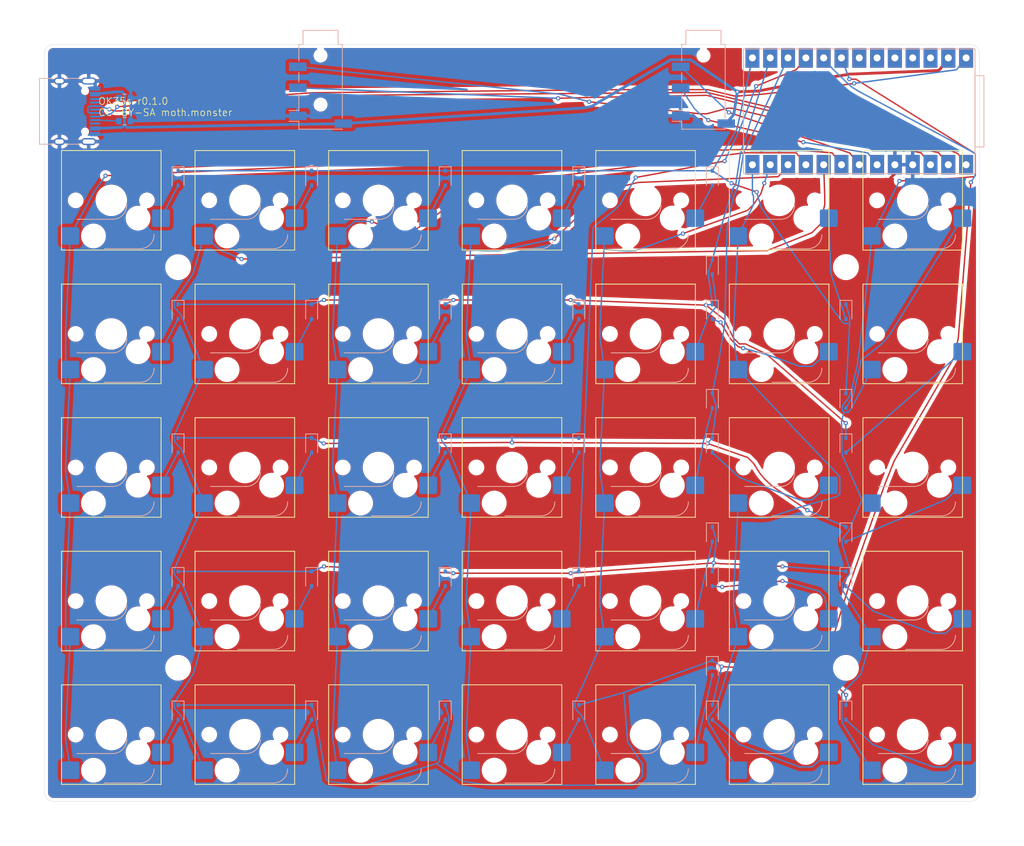
<source format=kicad_pcb>
(kicad_pcb (version 20240108) (generator "pcbnew") (generator_version "8.0")
  (layers (0 "F.Cu" signal) (31 "B.Cu" signal) (34 "B.Paste" user) (35 "F.Paste" user) (36 "B.SilkS" user "B.Silkscreen") (37 "F.SilkS" user "F.Silkscreen") (38 "B.Mask" user) (39 "F.Mask" user) (44 "Edge.Cuts" user))
  (net 0 "")
  (net 1 "Row0")
  (net 2 "Net-(D1-A)")
  (net 3 "Net-(D2-A)")
  (net 4 "Row1")
  (net 5 "Row2")
  (net 6 "Net-(D3-A)")
  (net 7 "Row3")
  (net 8 "Net-(D4-A)")
  (net 9 "Row4")
  (net 10 "Net-(D5-A)")
  (net 11 "Net-(D6-A)")
  (net 12 "Net-(D7-A)")
  (net 13 "Net-(D8-A)")
  (net 14 "Net-(D9-A)")
  (net 15 "Net-(D10-A)")
  (net 16 "Net-(D11-A)")
  (net 17 "Net-(D12-A)")
  (net 18 "Net-(D13-A)")
  (net 19 "Net-(D14-A)")
  (net 20 "Net-(D15-A)")
  (net 21 "Net-(D16-A)")
  (net 22 "Net-(D17-A)")
  (net 23 "Net-(D18-A)")
  (net 24 "Net-(D19-A)")
  (net 25 "Net-(D20-A)")
  (net 26 "Net-(D21-A)")
  (net 27 "Net-(D22-A)")
  (net 28 "Net-(D23-A)")
  (net 29 "Net-(D24-A)")
  (net 30 "Net-(D25-A)")
  (net 31 "Net-(D26-A)")
  (net 32 "Net-(D27-A)")
  (net 33 "Net-(D28-A)")
  (net 34 "Net-(D29-A)")
  (net 35 "Net-(D30-A)")
  (net 36 "Net-(D31-A)")
  (net 37 "Net-(D32-A)")
  (net 38 "Net-(D33-A)")
  (net 39 "Net-(D34-A)")
  (net 40 "Net-(D35-A)")
  (net 41 "VBUS")
  (net 42 "GND")
  (net 43 "Col0")
  (net 44 "Col1")
  (net 45 "Col2")
  (net 46 "Col3")
  (net 47 "Col4")
  (net 48 "Col5")
  (net 49 "Col6")
  (net 51 "Port0_Ring1")
  (net 52 "Port0_Ring0")
  (net 53 "DM")
  (net 55 "DP")
  (net 56 "Port1_Ring0")
  (net 57 "Port1_Ring1")
  (net 59 "Net-(J1-CC2)")
  (net 60 "Net-(J1-CC1)")
  (footprint "MountingHole:MountingHole_3.2mm_M3_DIN965" (layer "F.Cu") (at 127 107.95)
    (property "Reference" "HOLE4" (hide yes))
    (property "Value" "MountingHole_3.2mm_M3_DIN965")
  )
  (footprint "MountingHole:MountingHole_3.2mm_M3_DIN965" (layer "F.Cu") (at 31.75 107.95)
    (property "Reference" "HOLE3" (hide yes))
    (property "Value" "MountingHole_3.2mm_M3_DIN965")
  )
  (footprint "MountingHole:MountingHole_3.2mm_M3_DIN965" (layer "F.Cu") (at 127 50.8)
    (property "Reference" "HOLE2" (hide yes))
    (property "Value" "MountingHole_3.2mm_M3_DIN965")
  )
  (footprint "MountingHole:MountingHole_3.2mm_M3_DIN965" (layer "F.Cu") (at 31.75 50.8)
    (property "Reference" "HOLE1" (hide yes))
    (property "Value" "MountingHole_3.2mm_M3_DIN965")
  )
  (footprint "Diode_SMD:D_SOD-323" (layer "B.Cu") (at 127 76.2 -90)
    (property "Reference" "D32" (hide yes))
    (property "Value" "D")
  )
  (footprint "PCM_Switch_Keyboard_Hotswap_Kailh:SW_Hotswap_Kailh_MX_1.00u" (layer "B.Cu") (at 117.475 60.325)
    (property "Reference" "SW27" (hide yes))
    (property "Value" "SW_Push")
  )
  (footprint "PCM_Switch_Keyboard_Hotswap_Kailh:SW_Hotswap_Kailh_MX_1.00u" (layer "B.Cu") (at 60.325 60.325)
    (property "Reference" "SW12" (hide yes))
    (property "Value" "SW_Push")
  )
  (footprint "Diode_SMD:D_SOD-323" (layer "B.Cu") (at 107.95 57.15 -90)
    (property "Reference" "D27" (hide yes))
    (property "Value" "D")
  )
  (footprint "PCM_Switch_Keyboard_Hotswap_Kailh:SW_Hotswap_Kailh_MX_1.00u" (layer "B.Cu") (at 22.225 41.275)
    (property "Reference" "SW1" (hide yes))
    (property "Value" "SW_Push")
  )
  (footprint "Diode_SMD:D_SOD-323" (layer "B.Cu") (at 88.9 38.1 -90)
    (property "Reference" "D16" (hide yes))
    (property "Value" "D")
  )
  (footprint "Diode_SMD:D_SOD-323" (layer "B.Cu") (at 31.75 76.2 -90)
    (property "Reference" "D3" (hide yes))
    (property "Value" "D")
  )
  (footprint "Diode_SMD:D_SOD-323" (layer "B.Cu") (at 107.95 50.8 -90)
    (property "Reference" "D22" (hide yes))
    (property "Value" "D")
  )
  (footprint "PCM_Switch_Keyboard_Hotswap_Kailh:SW_Hotswap_Kailh_MX_1.00u" (layer "B.Cu") (at 41.275 79.375)
    (property "Reference" "SW8" (hide yes))
    (property "Value" "SW_Push")
  )
  (footprint "Diode_SMD:D_SOD-323" (layer "B.Cu") (at 31.75 57.15 -90)
    (property "Reference" "D2" (hide yes))
    (property "Value" "D")
  )
  (footprint "Diode_SMD:D_SOD-323" (layer "B.Cu") (at 107.95 76.2 -90)
    (property "Reference" "D28" (hide yes))
    (property "Value" "D")
  )
  (footprint "PCM_Switch_Keyboard_Hotswap_Kailh:SW_Hotswap_Kailh_MX_1.00u" (layer "B.Cu") (at 60.325 79.375)
    (property "Reference" "SW13" (hide yes))
    (property "Value" "SW_Push")
  )
  (footprint "Diode_SMD:D_SOD-323" (layer "B.Cu") (at 88.9 95.25 -90)
    (property "Reference" "D19" (hide yes))
    (property "Value" "D")
  )
  (footprint "Diode_SMD:D_SOD-323" (layer "B.Cu") (at 50.8 76.2 -90)
    (property "Reference" "D8" (hide yes))
    (property "Value" "D")
  )
  (footprint "PCM_Switch_Keyboard_Hotswap_Kailh:SW_Hotswap_Kailh_MX_1.00u" (layer "B.Cu") (at 60.325 117.475)
    (property "Reference" "SW15" (hide yes))
    (property "Value" "SW_Push")
  )
  (footprint "Diode_SMD:D_SOD-323" (layer "B.Cu") (at 127 88.9 -90)
    (property "Reference" "D33" (hide yes))
    (property "Value" "D")
  )
  (footprint "Diode_SMD:D_SOD-323" (layer "B.Cu") (at 31.75 38.1 -90)
    (property "Reference" "D1" (hide yes))
    (property "Value" "D")
  )
  (footprint "PCM_Switch_Keyboard_Hotswap_Kailh:SW_Hotswap_Kailh_MX_1.00u" (layer "B.Cu") (at 41.275 117.475)
    (property "Reference" "SW10" (hide yes))
    (property "Value" "SW_Push")
  )
  (footprint "PCM_Switch_Keyboard_Hotswap_Kailh:SW_Hotswap_Kailh_MX_1.00u" (layer "B.Cu") (at 41.275 98.425)
    (property "Reference" "SW9" (hide yes))
    (property "Value" "SW_Push")
  )
  (footprint "Diode_SMD:D_SOD-323" (layer "B.Cu") (at 107.95 95.25 -90)
    (property "Reference" "D29" (hide yes))
    (property "Value" "D")
  )
  (footprint "PCM_Switch_Keyboard_Hotswap_Kailh:SW_Hotswap_Kailh_MX_1.00u" (layer "B.Cu") (at 136.525 79.375)
    (property "Reference" "SW33" (hide yes))
    (property "Value" "SW_Push")
  )
  (footprint "Connector_USB:USB_C_Receptacle_HRO_TYPE-C-31-M-12" (layer "B.Cu") (at 15.875 28.575 90)
    (property "Reference" "J1" (hide yes))
    (property "Value" "USB_C_Receptacle_USB2.0_16P")
  )
  (footprint "Diode_SMD:D_SOD-323" (layer "B.Cu") (at 50.8 114.3 -90)
    (property "Reference" "D10" (hide yes))
    (property "Value" "D")
  )
  (footprint "PCM_Switch_Keyboard_Hotswap_Kailh:SW_Hotswap_Kailh_MX_1.00u" (layer "B.Cu") (at 79.375 98.425)
    (property "Reference" "SW19" (hide yes))
    (property "Value" "SW_Push")
  )
  (footprint "Diode_SMD:D_SOD-323" (layer "B.Cu") (at 50.8 38.1 -90)
    (property "Reference" "D6" (hide yes))
    (property "Value" "D")
  )
  (footprint "PCM_Switch_Keyboard_Hotswap_Kailh:SW_Hotswap_Kailh_MX_1.00u" (layer "B.Cu") (at 98.425 117.475)
    (property "Reference" "SW25" (hide yes))
    (property "Value" "SW_Push")
  )
  (footprint "Connector_Audio:Jack_3.5mm_PJ320D_Horizontal" (layer "B.Cu") (at 106.68 25.4 -90)
    (property "Reference" "J3" (hide yes))
    (property "Value" "AudioJack4_SwitchT1")
  )
  (footprint "Diode_SMD:D_SOD-323" (layer "B.Cu") (at 107.95 38.1 -90)
    (property "Reference" "D21" (hide yes))
    (property "Value" "D")
  )
  (footprint "Diode_SMD:D_SOD-323" (layer "B.Cu") (at 69.85 76.2 -90)
    (property "Reference" "D13" (hide yes))
    (property "Value" "D")
  )
  (footprint "Diode_SMD:D_SOD-323" (layer "B.Cu") (at 88.9 57.15 -90)
    (property "Reference" "D17" (hide yes))
    (property "Value" "D")
  )
  (footprint "PCM_Switch_Keyboard_Hotswap_Kailh:SW_Hotswap_Kailh_MX_1.00u" (layer "B.Cu") (at 98.425 60.325)
    (property "Reference" "SW22" (hide yes))
    (property "Value" "SW_Push")
  )
  (footprint "PCM_Switch_Keyboard_Hotswap_Kailh:SW_Hotswap_Kailh_MX_1.00u" (layer "B.Cu") (at 117.475 117.475)
    (property "Reference" "SW30" (hide yes))
    (property "Value" "SW_Push")
  )
  (footprint "Diode_SMD:D_SOD-323" (layer "B.Cu") (at 69.85 95.25 -90)
    (property "Reference" "D14" (hide yes))
    (property "Value" "D")
  )
  (footprint "Diode_SMD:D_SOD-323" (layer "B.Cu") (at 107.95 107.95 -90)
    (property "Reference" "D25" (hide yes))
    (property "Value" "D")
  )
  (footprint "PCM_Switch_Keyboard_Hotswap_Kailh:SW_Hotswap_Kailh_MX_1.00u" (layer "B.Cu") (at 41.275 60.325)
    (property "Reference" "SW7" (hide yes))
    (property "Value" "SW_Push")
  )
  (footprint "Diode_SMD:D_SOD-323" (layer "B.Cu") (at 88.9 76.2 -90)
    (property "Reference" "D18" (hide yes))
    (property "Value" "D")
  )
  (footprint "PCM_Switch_Keyboard_Hotswap_Kailh:SW_Hotswap_Kailh_MX_1.00u" (layer "B.Cu") (at 136.525 60.325)
    (property "Reference" "SW32" (hide yes))
    (property "Value" "SW_Push")
  )
  (footprint "Diode_SMD:D_SOD-323" (layer "B.Cu") (at 127 69.85 -90)
    (property "Reference" "D31" (hide yes))
    (property "Value" "D")
  )
  (footprint "Diode_SMD:D_SOD-323" (layer "B.Cu") (at 69.85 57.15 -90)
    (property "Reference" "D12" (hide yes))
    (property "Value" "D")
  )
  (footprint "PCM_Switch_Keyboard_Hotswap_Kailh:SW_Hotswap_Kailh_MX_1.00u" (layer "B.Cu") (at 98.425 79.375)
    (property "Reference" "SW23" (hide yes))
    (property "Value" "SW_Push")
  )
  (footprint "PCM_Switch_Keyboard_Hotswap_Kailh:SW_Hotswap_Kailh_MX_1.00u" (layer "B.Cu") (at 60.325 98.425)
    (property "Reference" "SW14" (hide yes))
    (property "Value" "SW_Push")
  )
  (footprint "PCM_Switch_Keyboard_Hotswap_Kailh:SW_Hotswap_Kailh_MX_1.00u" (layer "B.Cu") (at 22.225 60.325)
    (property "Reference" "SW2" (hide yes))
    (property "Value" "SW_Push")
  )
  (footprint "Diode_SMD:D_SOD-323" (layer "B.Cu") (at 107.95 114.3 -90)
    (property "Reference" "D30" (hide yes))
    (property "Value" "D")
  )
  (footprint "PCM_Switch_Keyboard_Hotswap_Kailh:SW_Hotswap_Kailh_MX_1.00u" (layer "B.Cu") (at 136.525 117.475)
    (property "Reference" "SW35" (hide yes))
    (property "Value" "SW_Push")
  )
  (footprint "Diode_SMD:D_SOD-323" (layer "B.Cu") (at 127 114.3 -90)
    (property "Reference" "D35" (hide yes))
    (property "Value" "D")
  )
  (footprint "Diode_SMD:D_SOD-323" (layer "B.Cu") (at 69.85 114.3 -90)
    (property "Reference" "D15" (hide yes))
    (property "Value" "D")
  )
  (footprint "mothdotmonster:kb2040" (layer "B.Cu") (at 128.905 28.575 180)
    (property "Reference" "U1" (hide yes))
    (property "Value" "kb2040")
  )
  (footprint "Diode_SMD:D_SOD-323" (layer "B.Cu") (at 88.9 114.3 -90)
    (property "Reference" "D20" (hide yes))
    (property "Value" "D")
  )
  (footprint "PCM_Switch_Keyboard_Hotswap_Kailh:SW_Hotswap_Kailh_MX_1.00u" (layer "B.Cu") (at 79.375 79.375)
    (property "Reference" "SW18" (hide yes))
    (property "Value" "SW_Push")
  )
  (footprint "Diode_SMD:D_SOD-323" (layer "B.Cu") (at 50.8 57.15 -90)
    (property "Reference" "D7" (hide yes))
    (property "Value" "D")
  )
  (footprint "PCM_Switch_Keyboard_Hotswap_Kailh:SW_Hotswap_Kailh_MX_1.00u" (layer "B.Cu") (at 117.475 79.375)
    (property "Reference" "SW28" (hide yes))
    (property "Value" "SW_Push")
  )
  (footprint "Diode_SMD:D_SOD-323" (layer "B.Cu") (at 69.85 38.1 -90)
    (property "Reference" "D11" (hide yes))
    (property "Value" "D")
  )
  (footprint "Resistor_SMD:R_0603_1608Metric" (layer "B.Cu") (at 24.13 26.67 180)
    (property "Reference" "R2" (hide yes))
    (property "Value" "5.1k")
  )
  (footprint "PCM_Switch_Keyboard_Hotswap_Kailh:SW_Hotswap_Kailh_MX_1.00u" (layer "B.Cu") (at 98.425 98.425)
    (property "Reference" "SW24" (hide yes))
    (property "Value" "SW_Push")
  )
  (footprint "PCM_Switch_Keyboard_Hotswap_Kailh:SW_Hotswap_Kailh_MX_1.00u" (layer "B.Cu") (at 41.275 41.275)
    (property "Reference" "SW6" (hide yes))
    (property "Value" "SW_Push")
  )
  (footprint "Diode_SMD:D_SOD-323" (layer "B.Cu") (at 31.75 95.25 -90)
    (property "Reference" "D4" (hide yes))
    (property "Value" "D")
  )
  (footprint "Diode_SMD:D_SOD-323" (layer "B.Cu") (at 107.95 69.85 -90)
    (property "Reference" "D23" (hide yes))
    (property "Value" "D")
  )
  (footprint "PCM_Switch_Keyboard_Hotswap_Kailh:SW_Hotswap_Kailh_MX_1.00u" (layer "B.Cu") (at 136.525 98.425)
    (property "Reference" "SW34" (hide yes))
    (property "Value" "SW_Push")
  )
  (footprint "Diode_SMD:D_SOD-323" (layer "B.Cu") (at 107.95 88.9 -90)
    (property "Reference" "D24" (hide yes))
    (property "Value" "D")
  )
  (footprint "PCM_Switch_Keyboard_Hotswap_Kailh:SW_Hotswap_Kailh_MX_1.00u" (layer "B.Cu") (at 79.375 60.325)
    (property "Reference" "SW17" (hide yes))
    (property "Value" "SW_Push")
  )
  (footprint "PCM_Switch_Keyboard_Hotswap_Kailh:SW_Hotswap_Kailh_MX_1.00u" (layer "B.Cu") (at 117.475 41.275)
    (property "Reference" "SW26" (hide yes))
    (property "Value" "SW_Push")
  )
  (footprint "Connector_Audio:Jack_3.5mm_PJ320D_Horizontal" (layer "B.Cu") (at 52.07 25.4 -90)
    (property "Reference" "J2" (hide yes))
    (property "Value" "AudioJack4_SwitchT1")
  )
  (footprint "PCM_Switch_Keyboard_Hotswap_Kailh:SW_Hotswap_Kailh_MX_1.00u" (layer "B.Cu") (at 117.475 98.425)
    (property "Reference" "SW29" (hide yes))
    (property "Value" "SW_Push")
  )
  (footprint "PCM_Switch_Keyboard_Hotswap_Kailh:SW_Hotswap_Kailh_MX_1.00u" (layer "B.Cu") (at 22.225 117.475)
    (property "Reference" "SW5" (hide yes))
    (property "Value" "SW_Push")
  )
  (footprint "PCM_Switch_Keyboard_Hotswap_Kailh:SW_Hotswap_Kailh_MX_1.00u" (layer "B.Cu") (at 60.325 41.275)
    (property "Reference" "SW11" (hide yes))
    (property "Value" "SW_Push")
  )
  (footprint "Diode_SMD:D_SOD-323" (layer "B.Cu") (at 31.75 114.3 -90)
    (property "Reference" "D5" (hide yes))
    (property "Value" "D")
  )
  (footprint "PCM_Switch_Keyboard_Hotswap_Kailh:SW_Hotswap_Kailh_MX_1.00u" (layer "B.Cu") (at 22.225 98.425)
    (property "Reference" "SW4" (hide yes))
    (property "Value" "SW_Push")
  )
  (footprint "PCM_Switch_Keyboard_Hotswap_Kailh:SW_Hotswap_Kailh_MX_1.00u" (layer "B.Cu") (at 136.525 41.275)
    (property "Reference" "SW31" (hide yes))
    (property "Value" "SW_Push")
  )
  (footprint "PCM_Switch_Keyboard_Hotswap_Kailh:SW_Hotswap_Kailh_MX_1.00u" (layer "B.Cu") (at 79.375 41.275)
    (property "Reference" "SW16" (hide yes))
    (property "Value" "SW_Push")
  )
  (footprint "Diode_SMD:D_SOD-323" (layer "B.Cu") (at 50.8 95.25 -90)
    (property "Reference" "D9" (hide yes))
    (property "Value" "D")
  )
  (footprint "Resistor_SMD:R_0603_1608Metric" (layer "B.Cu") (at 24.13 29.972)
    (property "Reference" "R1" (hide yes))
    (property "Value" "5.1k")
  )
  (footprint "PCM_Switch_Keyboard_Hotswap_Kailh:SW_Hotswap_Kailh_MX_1.00u" (layer "B.Cu") (at 98.425 41.275)
    (property "Reference" "SW21" (hide yes))
    (property "Value" "SW_Push")
  )
  (footprint "PCM_Switch_Keyboard_Hotswap_Kailh:SW_Hotswap_Kailh_MX_1.00u" (layer "B.Cu") (at 79.375 117.475)
    (property "Reference" "SW20" (hide yes))
    (property "Value" "SW_Push")
  )
  (footprint "Diode_SMD:D_SOD-323" (layer "B.Cu") (at 127 57.15 -90)
    (property "Reference" "D26" (hide yes))
    (property "Value" "D")
  )
  (footprint "PCM_Switch_Keyboard_Hotswap_Kailh:SW_Hotswap_Kailh_MX_1.00u" (layer "B.Cu") (at 22.225 79.375)
    (property "Reference" "SW3" (hide yes))
    (property "Value" "SW_Push")
  )
  (footprint "Diode_SMD:D_SOD-323" (layer "B.Cu") (at 127 95.25 -90)
    (property "Reference" "D34" (hide yes))
    (property "Value" "D")
  )
  (gr_arc (start 13.97 127) (mid 13.071974 126.628026) (end 12.7 125.73) (stroke (width 0.05)) (layer "Edge.Cuts"))
  (gr_line (start 139.7 127) (end 144.78 127) (stroke (width 0.05)) (layer "Edge.Cuts"))
  (gr_line (start 146.05 120.65) (end 146.05 20.32) (stroke (width 0.05)) (layer "Edge.Cuts"))
  (gr_line (start 12.7 20.32) (end 12.7 120.65) (stroke (width 0.05)) (layer "Edge.Cuts"))
  (gr_line (start 144.78 19.05) (end 13.97 19.05) (stroke (width 0.05)) (layer "Edge.Cuts"))
  (gr_line (start 146.05 125.73) (end 146.05 120.65) (stroke (width 0.05)) (layer "Edge.Cuts"))
  (gr_line (start 12.7 125.73) (end 12.7 120.65) (stroke (width 0.05)) (layer "Edge.Cuts"))
  (gr_arc (start 12.7 20.32) (mid 13.071974 19.421974) (end 13.97 19.05) (stroke (width 0.05)) (layer "Edge.Cuts"))
  (gr_line (start 19.05 127) (end 139.7 127) (stroke (width 0.05)) (layer "Edge.Cuts"))
  (gr_arc (start 146.05 125.73) (mid 145.678026 126.628026) (end 144.78 127) (stroke (width 0.05)) (layer "Edge.Cuts"))
  (gr_arc (start 144.78 19.05) (mid 145.678026 19.421974) (end 146.05 20.32) (stroke (width 0.05)) (layer "Edge.Cuts"))
  (gr_line (start 19.05 127) (end 13.97 127) (stroke (width 0.05)) (layer "Edge.Cuts"))
  (gr_text "OK35s r0.1.0\nCC-BY-SA moth.monster" (at 20.32 27.94 0) (layer "F.SilkS") (effects (font (size 1 1) (thickness 0.1)) (justify left)))
  (segment (start 110.6745 38.8394) (end 114.2649 40.0888) (width 0.2) (layer "F.Cu") (net 1))
  (via (at 110.6745 38.8394) (size 0.6) (drill 0.3) (layers "F.Cu" "B.Cu") (net 1))
  (via (at 114.2649 40.0888) (size 0.6) (drill 0.3) (layers "F.Cu" "B.Cu") (net 1))
  (segment (start 114.2649 40.0888) (end 114.9233 42.3319) (width 0.2) (layer "B.Cu") (net 1))
  (segment (start 125.4871 57.2939) (end 126.6826 58.8148) (width 0.2) (layer "B.Cu") (net 1))
  (segment (start 127.4698 59.9862) (end 127 68.8) (width 0.2) (layer "B.Cu") (net 1))
  (segment (start 107.95 37.05) (end 88.9 37.05) (width 0.2) (layer "B.Cu") (net 1))
  (segment (start 69.85 37.05) (end 50.8 37.05) (width 0.2) (layer "B.Cu") (net 1))
  (segment (start 113.665 20.955) (end 111.4984 30.9621) (width 0.2) (layer "B.Cu") (net 1))
  (segment (start 126.6826 58.8148) (end 127.5183 58.8505) (width 0.2) (layer "B.Cu") (net 1))
  (segment (start 111.4984 30.9621) (end 111.3929 31.2359) (width 0.2) (layer "B.Cu") (net 1))
  (segment (start 127.5575 57.9331) (end 127 56.1) (width 0.2) (layer "B.Cu") (net 1))
  (segment (start 110.6745 38.8394) (end 107.95 37.05) (width 0.2) (layer "B.Cu") (net 1))
  (segment (start 111.3927 31.2363) (end 107.95 37.05) (width 0.2) (layer "B.Cu") (net 1))
  (segment (start 50.8 37.05) (end 31.75 37.05) (width 0.2) (layer "B.Cu") (net 1))
  (segment (start 88.9 37.05) (end 69.85 37.05) (width 0.2) (layer "B.Cu") (net 1))
  (segment (start 114.9233 42.3319) (end 125.4871 57.2939) (width 0.2) (layer "B.Cu") (net 1))
  (segment (start 111.3929 31.2359) (end 111.3927 31.2363) (width 0.2) (layer "B.Cu") (net 1))
  (segment (start 127.5183 58.8505) (end 127.4698 59.9862) (width 0.2) (layer "B.Cu") (net 1))
  (segment (start 127.5183 58.8505) (end 127.5575 57.9331) (width 0.2) (layer "B.Cu") (net 1))
  (segment (start 31.75 39.15) (end 29.31 43.815) (width 0.2) (layer "B.Cu") (net 2))
  (segment (start 31.75 58.2) (end 29.31 62.865) (width 0.2) (layer "B.Cu") (net 3))
  (segment (start 112.6903 61.7517) (end 111.8041 61.7517) (width 0.2) (layer "F.Cu") (net 4))
  (segment (start 107.0398 56.2298) (end 87.7348 55.4865) (width 0.2) (layer "F.Cu") (net 4))
  (segment (start 110.9683 60.9157) (end 109.6199 58.2458) (width 0.2) (layer "F.Cu") (net 4))
  (segment (start 126.9826 73.044) (end 115.6619 63.2071) (width 0.2) (layer "F.Cu") (net 4))
  (segment (start 111.8041 61.7517) (end 110.9683 60.9159) (width 0.2) (layer "F.Cu") (net 4))
  (segment (start 71.0157 55.4865) (end 52.5553 55.4865) (width 0.2) (layer "F.Cu") (net 4))
  (segment (start 110.9683 60.9159) (end 110.9683 60.9157) (width 0.2) (layer "F.Cu") (net 4))
  (segment (start 87.7348 55.4865) (end 71.0157 55.4865) (width 0.2) (layer "F.Cu") (net 4))
  (segment (start 109.6199 58.2458) (end 107.0398 56.2298) (width 0.2) (layer "F.Cu") (net 4))
  (segment (start 115.6619 63.2071) (end 112.6903 61.7517) (width 0.2) (layer "F.Cu") (net 4))
  (via (at 107.0398 56.2298) (size 0.6) (drill 0.3) (layers "F.Cu" "B.Cu") (net 4))
  (via (at 87.7348 55.4865) (size 0.6) (drill 0.3) (layers "F.Cu" "B.Cu") (net 4))
  (via (at 71.0157 55.4865) (size 0.6) (drill 0.3) (layers "F.Cu" "B.Cu") (net 4))
  (via (at 52.5553 55.4865) (size 0.6) (drill 0.3) (layers "F.Cu" "B.Cu") (net 4))
  (via (at 126.9826 73.044) (size 0.6) (drill 0.3) (layers "F.Cu" "B.Cu") (net 4))
  (segment (start 111.2745 39.0903) (end 110.9241 39.4407) (width 0.2) (layer "B.Cu") (net 4))
  (segment (start 107.4123 52.1104) (end 107.4112 51.3554) (width 0.2) (layer "B.Cu") (net 4))
  (segment (start 31.75 56.1) (end 50.8 56.1) (width 0.2) (layer "B.Cu") (net 4))
  (segment (start 87.7348 55.4865) (end 88.9 56.1) (width 0.2) (layer "B.Cu") (net 4))
  (segment (start 116.205 20.955) (end 111.9745 34.5402) (width 0.2) (layer "B.Cu") (net 4))
  (segment (start 107.95 56.0985) (end 107.4123 52.1104) (width 0.2) (layer "B.Cu") (net 4))
  (segment (start 69.85 56.0999) (end 71.0157 55.4865) (width 0.2) (layer "B.Cu") (net 4))
  (segment (start 52.5553 55.4865) (end 50.8 56.1) (width 0.2) (layer "B.Cu") (net 4))
  (segment (start 110.9241 39.4407) (end 109.7732 43.0707) (width 0.2) (layer "B.Cu") (net 4))
  (segment (start 107.4112 51.3554) (end 107.95 49.75) (width 0.2) (layer "B.Cu") (net 4))
  (segment (start 69.85 56.1) (end 69.85 56.0999) (width 0.2) (layer "B.Cu") (net 4))
  (segment (start 107.95 56.1) (end 107.95 56.0985) (width 0.2) (layer "B.Cu") (net 4))
  (segment (start 109.7732 43.0707) (end 107.95 49.75) (width 0.2) (layer "B.Cu") (net 4))
  (segment (start 107.95 56.1) (end 107.0398 56.2298) (width 0.2) (layer "B.Cu") (net 4))
  (segment (start 111.9745 34.5402) (end 111.2745 39.0903) (width 0.2) (layer "B.Cu") (net 4))
  (segment (start 126.9826 73.044) (end 127 75.15) (width 0.2) (layer "B.Cu") (net 4))
  (segment (start 107.2561 75.9487) (end 107.2408 75.9475) (width 0.2) (layer "F.Cu") (net 5))
  (segment (start 116.396 81.959) (end 121.5009 85.471) (width 0.2) (layer "F.Cu") (net 5))
  (segment (start 107.2566 75.9489) (end 112.986 77.9483) (width 0.2) (layer "F.Cu") (net 5))
  (segment (start 79.3755 75.8055) (end 52.5203 75.9475) (width 0.2) (layer "F.Cu") (net 5))
  (segment (start 107.2408 75.9475) (end 79.3759 75.8056) (width 0.2) (layer "F.Cu") (net 5))
  (segment (start 107.2564 75.9488) (end 107.2561 75.9487) (width 0.2) (layer "F.Cu") (net 5))
  (segment (start 107.2565 75.9487) (end 107.2564 75.9487) (width 0.2) (layer "F.Cu") (net 5))
  (segment (start 113.8217 78.784) (end 114.7009 80.1689) (width 0.2) (layer "F.Cu") (net 5))
  (segment (start 79.3759 75.8056) (end 79.3755 75.8055) (width 0.2) (layer "F.Cu") (net 5))
  (segment (start 112.986 77.9483) (end 113.8217 78.784) (width 0.2) (layer "F.Cu") (net 5))
  (segment (start 115.3912 81.007) (end 116.396 81.959) (width 0.2) (layer "F.Cu") (net 5))
  (segment (start 107.2564 75.9487) (end 107.2566 75.9489) (width 0.2) (layer "F.Cu") (net 5))
  (segment (start 107.2564 75.9487) (end 107.2564 75.9488) (width 0.2) (layer "F.Cu") (net 5))
  (segment (start 114.7009 80.1689) (end 115.3912 81.007) (width 0.2) (layer "F.Cu") (net 5))
  (via (at 79.3755 75.8055) (size 0.6) (drill 0.3) (layers "F.Cu" "B.Cu") (net 5))
  (via (at 121.5009 85.471) (size 0.6) (drill 0.3) (layers "F.Cu" "B.Cu") (net 5))
  (via (at 107.2565 75.9487) (size 0.6) (drill 0.3) (layers "F.Cu" "B.Cu") (net 5))
  (via (at 52.5203 75.9475) (size 0.6) (drill 0.3) (layers "F.Cu" "B.Cu") (net 5))
  (segment (start 107.95 75.15) (end 108.4771 71.2594) (width 0.2) (layer "B.Cu") (net 5))
  (segment (start 110.9599 40.7232) (end 111.6551 39.2504) (width 0.2) (layer "B.Cu") (net 5))
  (segment (start 107.95 68.8001) (end 107.95 68.8) (width 0.2) (layer "B.Cu") (net 5))
  (segment (start 52.5203 75.9475) (end 50.8 75.15) (width 0.2) (layer "B.Cu") (net 5))
  (segment (start 107.95 75.15) (end 107.2565 75.9487) (width 0.2) (layer "B.Cu") (net 5))
  (segment (start 111.6551 39.2504) (end 111.6633 39.2195) (width 0.2) (layer "B.Cu") (net 5))
  (segment (start 109.7271 58.8677) (end 110.0553 45.4028) (width 0.2) (layer "B.Cu") (net 5))
  (segment (start 108.4771 71.2594) (end 108.4771 70.5406) (width 0.2) (layer "B.Cu") (net 5))
  (segment (start 50.8 75.15) (end 31.75 75.15) (width 0.2) (layer "B.Cu") (net 5))
  (segment (start 110.0553 45.4028) (end 110.0553 45.1261) (width 0.2) (layer "B.Cu") (net 5))
  (segment (start 88.9 75.15) (end 79.3755 75.15) (width 0.2) (layer "B.Cu") (net 5))
  (segment (start 107.9501 68.7998) (end 108.7933 64.5737) (width 0.2) (layer "B.Cu") (net 5))
  (segment (start 108.4771 70.5406) (end 107.95 68.8001) (width 0.2) (layer "B.Cu") (net 5))
  (segment (start 79.3755 75.15) (end 69.85 75.15) (width 0.2) (layer "B.Cu") (net 5))
  (segment (start 108.7933 64.5737) (end 109.7271 58.8677) (width 0.2) (layer "B.Cu") (net 5))
  (segment (start 79.3755 75.8055) (end 79.3755 75.15) (width 0.2) (layer "B.Cu") (net 5))
  (segment (start 107.95 68.8001) (end 107.9501 68.7998) (width 0.2) (layer "B.Cu") (net 5))
  (segment (start 112.3762 34.6267) (end 118.745 20.955) (width 0.2) (layer "B.Cu") (net 5))
  (segment (start 121.5009 85.471) (end 127 87.85) (width 0.2) (layer "B.Cu") (net 5))
  (segment (start 110.0553 45.1261) (end 110.9599 40.7232) (width 0.2) (layer "B.Cu") (net 5))
  (segment (start 111.6633 39.2195) (end 112.3762 34.6267) (width 0.2) (layer "B.Cu") (net 5))
  (segment (start 31.75 77.25) (end 29.31 81.915) (width 0.2) (layer "B.Cu") (net 6))
  (segment (start 121.285 20.955) (end 120.0467 22.48) (width 0.2) (layer "F.Cu") (net 7))
  (segment (start 117.9569 93.4855) (end 112.4614 93.2011) (width 0.2) (layer "F.Cu") (net 7))
  (segment (start 109.1972 93.1028) (end 108.1513 92.9866) (width 0.2) (layer "F.Cu") (net 7))
  (segment (start 119.87 22.6567) (end 114.1838 24.9859) (width 0.2) (layer "F.Cu") (net 7))
  (segment (start 109.6994 35.6756) (end 97.0137 38.0175) (width 0.2) (layer "F.Cu") (net 7))
  (segment (start 108.143 92.9872) (end 108.1424 92.9783) (width 0.2) (layer "F.Cu") (net 7))
  (segment (start 112.4614 93.2011) (end 109.1972 93.1028) (width 0.2) (layer "F.Cu") (net 7))
  (segment (start 71.0284 94.454) (end 52.5578 93.4855) (width 0.2) (layer "F.Cu") (net 7))
  (segment (start 87.7349 94.4563) (end 87.7348 94.4563) (width 0.2) (layer "F.Cu") (net 7))
  (segment (start 87.7348 94.4563) (end 87.7344 94.4561) (width 0.2) (layer "F.Cu") (net 7))
  (segment (start 71.0284 94.4563) (end 71.0284 94.454) (width 0.2) (layer "F.Cu") (net 7))
  (segment (start 120.0467 22.48) (end 119.87 22.6567) (width 0.2) (layer "F.Cu") (net 7))
  (segment (start 108.143 92.9872) (end 87.7349 94.4563) (width 0.2) (layer "F.Cu") (net 7))
  (segment (start 87.7344 94.4561) (end 71.0284 94.4563) (width 0.2) (layer "F.Cu") (net 7))
  (segment (start 108.1513 92.9866) (end 108.143 92.9872) (width 0.2) (layer "F.Cu") (net 7))
  (segment (start 71.0284 94.4563) (end 71.0157 94.4563) (width 0.2) (layer "F.Cu") (net 7))
  (via (at 109.6994 35.6756) (size 0.6) (drill 0.3) (layers "F.Cu" "B.Cu") (net 7))
  (via (at 114.1838 24.9859) (size 0.6) (drill 0.3) (layers "F.Cu" "B.Cu") (net 7))
  (via (at 71.0157 94.4563) (size 0.6) (drill 0.3) (layers "F.Cu" "B.Cu") (net 7))
  (via (at 52.5578 93.4855) (size 0.6) (drill 0.3) (layers "F.Cu" "B.Cu") (net 7))
  (via (at 117.9569 93.4855) (size 0.6) (drill 0.3) (layers "F.Cu" "B.Cu") (net 7))
  (via (at 97.0137 38.0175) (size 0.6) (drill 0.3) (layers "F.Cu" "B.Cu") (net 7))
  (via (at 108.1424 92.9783) (size 0.6) (drill 0.3) (layers "F.Cu" "B.Cu") (net 7))
  (via (at 87.7348 94.4563) (size 0.6) (drill 0.3) (layers "F.Cu" "B.Cu") (net 7))
  (segment (start 71.0157 94.4563) (end 69.85 94.2) (width 0.2) (layer "B.Cu") (net 7))
  (segment (start 117.9569 93.4855) (end 127 94.2) (width 0.2) (layer "B.Cu") (net 7))
  (segment (start 107.95 87.85) (end 108.4771 89.5906) (width 0.2) (layer "B.Cu") (net 7))
  (segment (start 111.7613 31.3968) (end 109.6994 35.6756) (width 0.2) (layer "B.Cu") (net 7))
  (segment (start 94.7717 41.866) (end 93.936 42.7017) (width 0.2) (layer "B.Cu") (net 7))
  (segment (start 108.4771 90.3094) (end 108.1424 92.9783) (width 0.2) (layer "B.Cu") (net 7))
  (segment (start 31.75 94.2) (end 50.8 94.2) (width 0.2) (layer "B.Cu") (net 7))
  (segment (start 93.936 42.7017) (end 91.088 44.9817) (width 0.2) (layer "B.Cu") (net 7))
  (segment (start 114.1838 24.9859) (end 111.9092 31.031) (width 0.2) (layer "B.Cu") (net 7))
  (segment (start 87.7348 94.4563) (end 88.9 94.2) (width 0.2) (layer "B.Cu") (net 7))
  (segment (start 97.0137 38.0175) (end 94.7717 41.866) (width 0.2) (layer "B.Cu") (net 7))
  (segment (start 108.1424 92.9783) (end 107.95 94.2) (width 0.2) (layer "B.Cu") (net 7))
  (segment (start 91.088 44.9817) (end 90.9355 45.2982) (width 0.2) (layer "B.Cu") (net 7))
  (segment (start 111.9092 31.031) (end 111.7613 31.3968) (width 0.2) (layer "B.Cu") (net 7))
  (segment (start 90.9355 45.2982) (end 88.9 94.2) (width 0.2) (layer "B.Cu") (net 7))
  (segment (start 108.4771 89.5906) (end 108.4771 90.3094) (width 0.2) (layer "B.Cu") (net 7))
  (segment (start 52.5578 93.4855) (end 50.8 94.2) (width 0.2) (layer "B.Cu") (net 7))
  (segment (start 31.75 96.3) (end 29.31 100.965) (width 0.2) (layer "B.Cu") (net 8))
  (segment (start 123.6508 108.5516) (end 127.0212 111.8195) (width 0.2) (layer "F.Cu") (net 9))
  (segment (start 144.8176 38.707) (end 143.0323 60.9087) (width 0.2) (layer "F.Cu") (net 9))
  (segment (start 132.6241 81.5925) (end 127.4461 96.2231) (width 0.2) (layer "F.Cu") (net 9))
  (segment (start 123.6508 108.5516) (end 109.2803 107.7818) (width 0.2) (layer "F.Cu") (net 9))
  (segment (start 133.9042 78.4007) (end 132.6241 81.5925) (width 0.2) (layer "F.Cu") (net 9))
  (segment (start 143.0323 60.9087) (end 142.4102 63.7274) (width 0.2) (layer "F.Cu") (net 9))
  (segment (start 142.4102 63.7274) (end 133.9042 78.4007) (width 0.2) (layer "F.Cu") (net 9))
  (segment (start 127.4461 96.2231) (end 123.6508 108.5516) (width 0.2) (layer "F.Cu") (net 9))
  (via (at 144.8176 38.707) (size 0.6) (drill 0.3) (layers "F.Cu" "B.Cu") (net 9))
  (via (at 109.2803 107.7818) (size 0.6) (drill 0.3) (layers "F.Cu" "B.Cu") (net 9))
  (via (at 127.0212 111.8195) (size 0.6) (drill 0.3) (layers "F.Cu" "B.Cu") (net 9))
  (segment (start 127 113.25) (end 127.0212 111.8195) (width 0.2) (layer "B.Cu") (net 9))
  (segment (start 109.2803 107.7818) (end 109.2802 107.7818) (width 0.2) (layer "B.Cu") (net 9))
  (segment (start 97.9704 123.4236) (end 97.9729 121.6736) (width 0.2) (layer "B.Cu") (net 9))
  (segment (start 69.85 113.25) (end 70.3771 114.9906) (width 0.2) (layer "B.Cu") (net 9))
  (segment (start 109.2802 107.7818) (end 107.95 113.25) (width 0.2) (layer "B.Cu") (net 9))
  (segment (start 125.2349 22.6516) (end 127.1886 24.538) (width 0.2) (layer "B.Cu") (net 9))
  (segment (start 70.3771 115.7094) (end 68.9715 121.3749) (width 0.2) (layer "B.Cu") (net 9))
  (segment (start 53.2541 124.1285) (end 52.9062 123.9014) (width 0.2) (layer "B.Cu") (net 9))
  (segment (start 127.9 25.1601) (end 128.9176 25.7759) (width 0.2) (layer "B.Cu") (net 9))
  (segment (start 56.9248 124.6317) (end 53.2541 124.1285) (width 0.2) (layer "B.Cu") (net 9))
  (segment (start 96.7084 124.6858) (end 97.9704 123.4236) (width 0.2) (layer "B.Cu") (net 9))
  (segment (start 31.75 113.25) (end 50.8 113.25) (width 0.2) (layer "B.Cu") (net 9))
  (segment (start 68.9715 121.3749) (end 68.6005 121.6117) (width 0.2) (layer "B.Cu") (net 9))
  (segment (start 123.825 20.955) (end 125.0633 22.48) (width 0.2) (layer "B.Cu") (net 9))
  (segment (start 127.1886 24.538) (end 127.8856 25.1499) (width 0.2) (layer "B.Cu") (net 9))
  (segment (start 95.8733 118.5319) (end 95.3225 111.4704) (width 0.2) (layer "B.Cu") (net 9))
  (segment (start 97.9729 121.6736) (end 95.8733 118.5319) (width 0.2) (layer "B.Cu") (net 9))
  (segment (start 58.6453 124.6317) (end 56.9248 124.6317) (width 0.2) (layer "B.Cu") (net 9))
  (segment (start 95.3225 111.4704) (end 107.95 106.9) (width 0.2) (layer "B.Cu") (net 9))
  (segment (start 145.4467 37.72) (end 144.8176 38.707) (width 0.2) (layer "B.Cu") (net 9))
  (segment (start 128.9176 25.7759) (end 145.2765 34.4998) (width 0.2) (layer "B.Cu") (net 9))
  (segment (start 51.5027 115.7552) (end 51.0131 113.7326) (width 0.2) (layer "B.Cu") (net 9))
  (segment (start 127.8856 25.1499) (end 127.9 25.1601) (width 0.2) (layer "B.Cu") (net 9))
  (segment (start 70.3771 114.9906) (end 70.3771 115.7094) (width 0.2) (layer "B.Cu") (net 9))
  (segment (start 51.0131 113.7326) (end 50.8 113.25) (width 0.2) (layer "B.Cu") (net 9))
  (segment (start 75.87 124.6874) (end 96.7084 124.6858) (width 0.2) (layer "B.Cu") (net 9))
  (segment (start 68.6005 121.6117) (end 72.2917 124.1109) (width 0.2) (layer "B.Cu") (net 9))
  (segment (start 109.2802 107.7818) (end 107.95 106.9) (width 0.2) (layer "B.Cu") (net 9))
  (segment (start 145.4467 34.67) (end 145.4467 37.72) (width 0.2) (layer "B.Cu") (net 9))
  (segment (start 68.6005 121.6117) (end 58.6453 124.6317) (width 0.2) (layer "B.Cu") (net 9))
  (segment (start 95.3225 111.4704) (end 88.9 113.25) (width 0.2) (layer "B.Cu") (net 9))
  (segment (start 145.2765 34.4998) (end 145.4467 34.67) (width 0.2) (layer "B.Cu") (net 9))
  (segment (start 72.2917 124.1109) (end 75.87 124.6874) (width 0.2) (layer "B.Cu") (net 9))
  (segment (start 52.9062 123.9014) (end 51.5027 115.7552) (width 0.2) (layer "B.Cu") (net 9))
  (segment (start 125.0633 22.48) (end 125.2349 22.6516) (width 0.2) (layer "B.Cu") (net 9))
  (segment (start 31.75 115.35) (end 29.31 120.015) (width 0.2) (layer "B.Cu") (net 10))
  (segment (start 50.8 39.15) (end 48.36 43.815) (width 0.2) (layer "B.Cu") (net 11))
  (segment (start 50.8 58.2) (end 48.36 62.865) (width 0.2) (layer "B.Cu") (net 12))
  (segment (start 50.8 77.25) (end 48.36 81.915) (width 0.2) (layer "B.Cu") (net 13))
  (segment (start 50.8 96.3) (end 48.36 100.965) (width 0.2) (layer "B.Cu") (net 14))
  (segment (start 50.8 115.35) (end 48.36 120.015) (width 0.2) (layer "B.Cu") (net 15))
  (segment (start 69.85 39.15) (end 67.41 43.815) (width 0.2) (layer "B.Cu") (net 16))
  (segment (start 69.85 58.2) (end 67.41 62.865) (width 0.2) (layer "B.Cu") (net 17))
  (segment (start 69.85 77.25) (end 67.41 81.915) (width 0.2) (layer "B.Cu") (net 18))
  (segment (start 69.85 96.3) (end 67.41 100.965) (width 0.2) (layer "B.Cu") (net 19))
  (segment (start 69.85 115.35) (end 67.41 120.015) (width 0.2) (layer "B.Cu") (net 20))
  (segment (start 88.9 39.15) (end 86.46 43.815) (width 0.2) (layer "B.Cu") (net 21))
  (segment (start 88.9 58.2) (end 86.46 62.865) (width 0.2) (layer "B.Cu") (net 22))
  (segment (start 88.9 77.25) (end 86.46 81.915) (width 0.2) (layer "B.Cu") (net 23))
  (segment (start 88.9 96.3) (end 86.46 100.965) (width 0.2) (layer "B.Cu") (net 24))
  (segment (start 88.9 115.35) (end 86.46 120.015) (width 0.2) (layer "B.Cu") (net 25))
  (segment (start 107.95 39.15) (end 105.51 43.815) (width 0.2) (layer "B.Cu") (net 26))
  (segment (start 107.95 51.85) (end 108.4839 55.6844) (width 0.2) (layer "B.Cu") (net 27))
  (segment (start 108.4839 55.6844) (end 108.4839 56.4605) (width 0.2) (layer "B.Cu") (net 27))
  (segment (start 107.4547 57.6825) (end 105.51 62.865) (width 0.2) (layer "B.Cu") (net 27))
  (segment (start 108.4839 56.4605) (end 107.4547 57.6825) (width 0.2) (layer "B.Cu") (net 27))
  (segment (start 107.95 70.9) (end 106.6592 75.7403) (width 0.2) (layer "B.Cu") (net 28))
  (segment (start 106.6592 75.7403) (end 105.51 81.915) (width 0.2) (layer "B.Cu") (net 28))
  (segment (start 107.95 89.95) (end 105.51 100.965) (width 0.2) (layer "B.Cu") (net 29))
  (segment (start 107.95 109) (end 105.51 120.015) (width 0.2) (layer "B.Cu") (net 30))
  (segment (start 124.8483 51.6909) (end 124.8483 51.5703) (width 0.2) (layer "B.Cu") (net 31))
  (segment (start 124.8483 51.5703) (end 124.56 43.815) (width 0.2) (layer "B.Cu") (net 31))
  (segment (start 127 58.2) (end 124.8483 51.6909) (width 0.2) (layer "B.Cu") (net 31))
  (segment (start 111.6378 62.1534) (end 110.5666 61.0822) (width 0.2) (layer "F.Cu") (net 32))
  (segment (start 110.5666 61.0822) (end 109.1258 58.6825) (width 0.2) (layer "F.Cu") (net 32))
  (segment (start 112.3436 62.3535) (end 111.6378 62.1534) (width 0.2) (layer "F.Cu") (net 32))
  (via (at 112.3436 62.3535) (size 0.6) (drill 0.3) (layers "F.Cu" "B.Cu") (net 32))
  (via (at 109.1258 58.6825) (size 0.6) (drill 0.3) (layers "F.Cu" "B.Cu") (net 32))
  (segment (start 107.95 58.2) (end 109.1258 58.6825) (width 0.2) (layer "B.Cu") (net 32))
  (segment (start 122.1453 64.9417) (end 120.4249 64.9417) (width 0.2) (layer "B.Cu") (net 32))
  (segment (start 124.56 62.865) (end 122.1453 64.9417) (width 0.2) (layer "B.Cu") (net 32))
  (segment (start 120.4249 64.9417) (end 115.9846 63.3505) (width 0.2) (layer "B.Cu") (net 32))
  (segment (start 115.9846 63.3505) (end 112.3436 62.3535) (width 0.2) (layer "B.Cu") (net 32))
  (segment (start 120.4248 83.9917) (end 122.1453 83.9917) (width 0.2) (layer "B.Cu") (net 33))
  (segment (start 107.95 77.25) (end 111.7268 80.7244) (width 0.2) (layer "B.Cu") (net 33))
  (segment (start 111.7268 80.7244) (end 111.8041 80.8017) (width 0.2) (layer "B.Cu") (net 33))
  (segment (start 111.8041 80.8017) (end 120.4248 83.9917) (width 0.2) (layer "B.Cu") (net 33))
  (segment (start 122.1453 83.9917) (end 124.56 81.915) (width 0.2) (layer "B.Cu") (net 33))
  (segment (start 109.3564 96.4085) (end 117.9569 95.561) (width 0.2) (layer "F.Cu") (net 34))
  (via (at 109.3564 96.4085) (size 0.6) (drill 0.3) (layers "F.Cu" "B.Cu") (net 34))
  (via (at 117.9569 95.561) (size 0.6) (drill 0.3) (layers "F.Cu" "B.Cu") (net 34))
  (segment (start 107.95 96.3) (end 109.3564 96.4085) (width 0.2) (layer "B.Cu") (net 34))
  (segment (start 117.9569 95.561) (end 123.146 96.9983) (width 0.2) (layer "B.Cu") (net 34))
  (segment (start 123.9817 97.834) (end 124.56 100.965) (width 0.2) (layer "B.Cu") (net 34))
  (segment (start 123.146 96.9983) (end 123.9817 97.834) (width 0.2) (layer "B.Cu") (net 34))
  (segment (start 107.95 115.35) (end 111.7216 118.8192) (width 0.2) (layer "B.Cu") (net 35))
  (segment (start 111.7216 118.8192) (end 111.8041 118.9017) (width 0.2) (layer "B.Cu") (net 35))
  (segment (start 122.1453 122.0917) (end 124.56 120.015) (width 0.2) (layer "B.Cu") (net 35))
  (segment (start 111.8041 118.9017) (end 120.4248 122.0917) (width 0.2) (layer "B.Cu") (net 35))
  (segment (start 120.4248 122.0917) (end 122.1453 122.0917) (width 0.2) (layer "B.Cu") (net 35))
  (segment (start 132.6187 61.2292) (end 131.8968 61.909) (width 0.2) (layer "B.Cu") (net 36))
  (segment (start 131.8968 61.909) (end 129.429 63.8524) (width 0.2) (layer "B.Cu") (net 36))
  (segment (start 143.61 43.815) (end 133.1697 60.5568) (width 0.2) (layer "B.Cu") (net 36))
  (segment (start 129.1053 64.4837) (end 128.0162 69.2299) (width 0.2) (layer "B.Cu") (net 36))
  (segment (start 129.429 63.8524) (end 129.1053 64.1761) (width 0.2) (layer "B.Cu") (net 36))
  (segment (start 129.1053 64.1761) (end 129.1053 64.4837) (width 0.2) (layer "B.Cu") (net 36))
  (segment (start 133.1697 60.5568) (end 132.6187 61.2292) (width 0.2) (layer "B.Cu") (net 36))
  (segment (start 128.0162 69.2299) (end 127 70.9) (width 0.2) (layer "B.Cu") (net 36))
  (segment (start 127 77.25) (end 143.61 62.865) (width 0.2) (layer "B.Cu") (net 37))
  (segment (start 141.1953 83.9917) (end 143.61 81.915) (width 0.2) (layer "B.Cu") (net 38))
  (segment (start 127 89.95) (end 141.1953 83.9917) (width 0.2) (layer "B.Cu") (net 38))
  (segment (start 130.8541 99.8517) (end 130.7726 99.7702) (width 0.2) (layer "B.Cu") (net 39))
  (segment (start 143.61 100.965) (end 141.1953 103.0417) (width 0.2) (layer "B.Cu") (net 39))
  (segment (start 141.1953 103.0417) (end 139.4748 103.0417) (width 0.2) (layer "B.Cu") (net 39))
  (segment (start 139.4748 103.0417) (end 130.8541 99.8517) (width 0.2) (layer "B.Cu") (net 39))
  (segment (start 130.7726 99.7702) (end 127 96.3) (width 0.2) (layer "B.Cu") (net 39))
  (segment (start 130.8541 118.9017) (end 139.4748 122.0917) (width 0.2) (layer "B.Cu") (net 40))
  (segment (start 130.7716 118.8192) (end 130.8541 118.9017) (width 0.2) (layer "B.Cu") (net 40))
  (segment (start 127 115.35) (end 130.7716 118.8192) (width 0.2) (layer "B.Cu") (net 40))
  (segment (start 139.4748 122.0917) (end 141.1953 122.0917) (width 0.2) (layer "B.Cu") (net 40))
  (segment (start 141.1953 122.0917) (end 143.61 120.015) (width 0.2) (layer "B.Cu") (net 40))
  (segment (start 114.4786 25.6866) (end 114.4545 25.6883) (width 0.4) (layer "F.Cu") (net 41))
  (segment (start 127.1983 23.2881) (end 127.145 23.3414) (width 0.4) (layer "F.Cu") (net 41))
  (segment (start 123.0639 23.9966) (end 114.4786 25.6866) (width 0.4) (layer "F.Cu") (net 41))
  (segment (start 114.4545 25.6883) (end 111.5152 25.7913) (width 0.4) (layer "F.Cu") (net 41))
  (segment (start 141.605 20.955) (end 140.4667 22.5214) (width 0.4) (layer "F.Cu") (net 41))
  (segment (start 127.145 23.3414) (end 123.0639 23.9966) (width 0.4) (layer "F.Cu") (net 41))
  (segment (start 140.2314 22.7567) (end 127.1983 23.2881) (width 0.4) (layer "F.Cu") (net 41))
  (segment (start 111.5152 25.7913) (end 111.5151 25.7896) (width 0.4) (layer "F.Cu") (net 41))
  (segment (start 140.4667 22.5214) (end 140.2314 22.7567) (width 0.4) (layer "F.Cu") (net 41))
  (via (at 111.5151 25.7896) (size 0.6) (drill 0.3) (layers "F.Cu" "B.Cu") (net 41))
  (segment (start 24.0584 30.5473) (end 24.1075 30.4965) (width 0.4) (layer "B.Cu") (net 41))
  (segment (start 23.7654 30.8501) (end 24.0584 30.5473) (width 0.4) (layer "B.Cu") (net 41))
  (segment (start 55.32 30.325) (end 89.5743 28.1027) (width 0.4) (layer "B.Cu") (net 41))
  (segment (start 26.0485 30.849) (end 24.437 30.8766) (width 0.4) (layer "B.Cu") (net 41))
  (segment (start 111.0119 29.0207) (end 111.5144 25.7908) (width 0.4) (layer "B.Cu") (net 41))
  (segment (start 24.1075 27.1946) (end 24.1075 26.1454) (width 0.4) (layer "B.Cu") (net 41))
  (segment (start 109.93 30.325) (end 111.0119 29.0207) (width 0.4) (layer "B.Cu") (net 41))
  (segment (start 24.1075 30.4965) (end 24.1075 29.4474) (width 0.4) (layer "B.Cu") (net 41))
  (segment (start 55.32 30.325) (end 26.0485 30.849) (width 0.4) (layer "B.Cu") (net 41))
  (segment (start 90.6949 27.8876) (end 102.0136 21.2233) (width 0.4) (layer "B.Cu") (net 41))
  (segment (start 90.6943 27.8878) (end 90.6949 27.8876) (width 0.4) (layer "B.Cu") (net 41))
  (segment (start 24.106 27.1961) (end 24.1075 27.1946) (width 0.4) (layer "B.Cu") (net 41))
  (segment (start 102.0136 21.2233) (end 104.8464 21.2233) (width 0.4) (layer "B.Cu") (net 41))
  (segment (start 89.5743 28.1027) (end 90.6943 27.8878) (width 0.4) (layer "B.Cu") (net 41))
  (segment (start 24.437 30.8766) (end 24.0586 30.5475) (width 0.4) (layer "B.Cu") (net 41))
  (segment (start 19.92 31.025) (end 23.7654 30.8501) (width 0.4) (layer "B.Cu") (net 41))
  (segment (start 111.5143 25.7907) (end 111.5151 25.7896) (width 0.4) (layer "B.Cu") (net 41))
  (segment (start 24.1075 29.4474) (end 24.106 27.1961) (width 0.4) (layer "B.Cu") (net 41))
  (segment (start 104.8464 21.2233) (end 111.5143 25.7907) (width 0.4) (layer "B.Cu") (net 41))
  (segment (start 24.1075 26.1454) (end 23.7546 25.7925) (width 0.4) (layer "B.Cu") (net 41))
  (segment (start 111.5144 25.7908) (end 111.5143 25.7907) (width 0.4) (layer "B.Cu") (net 41))
  (segment (start 22.9352 25.7925) (end 19.92 26.125) (width 0.4) (layer "B.Cu") (net 41))
  (segment (start 23.7546 25.7925) (end 22.9352 25.7925) (width 0.4) (layer "B.Cu") (net 41))
  (segment (start 24.0586 30.5475) (end 24.0584 30.5473) (width 0.4) (layer "B.Cu") (net 41))
  (segment (start 133.985 37.465) (end 132.08 39.37) (width 0.4) (layer "F.Cu") (net 42))
  (segment (start 125.0269 34.5025) (end 119.676 34.0649) (width 0.2) (layer "F.Cu") (net 43))
  (segment (start 97.7963 34.3352) (end 21.3983 37.756) (width 0.2) (layer "F.Cu") (net 43))
  (segment (start 112.4146 34.0354) (end 97.7963 34.3352) (width 0.2) (layer "F.Cu") (net 43))
  (segment (start 126.365 36.195) (end 125.0269 34.5025) (width 0.2) (layer "F.Cu") (net 43))
  (segment (start 119.676 34.0649) (end 112.4146 34.0354) (width 0.2) (layer "F.Cu") (net 43))
  (via (at 21.3983 37.756) (size 0.6) (drill 0.3) (layers "F.Cu" "B.Cu") (net 43))
  (segment (start 19.6733 40.2181) (end 16.383 46.355) (width 0.2) (layer "B.Cu") (net 43))
  (segment (start 16.383 84.455) (end 15.7183 79.9659) (width 0.2) (layer "B.Cu") (net 43))
  (segment (start 21.3983 37.756) (end 19.6733 40.2181) (width 0.2) (layer "B.Cu") (net 43))
  (segment (start 15.7183 99.0159) (end 15.7183 97.8341) (width 0.2) (layer "B.Cu") (net 43))
  (segment (start 15.7199 67.3281) (end 15.7198 60.9174) (width 0.2) (layer "B.Cu") (net 43))
  (segment (start 15.7183 60.9159) (end 15.7183 59.7341) (width 0.2) (layer "B.Cu") (net 43))
  (segment (start 15.7183 97.8341) (end 16.383 84.455) (width 0.2) (layer "B.Cu") (net 43))
  (segment (start 15.7198 99.0174) (end 15.7183 99.0159) (width 0.2) (layer "B.Cu") (net 43))
  (segment (start 16.2861 67.3562) (end 16.383 65.405) (width 0.2) (layer "B.Cu") (net 43))
  (segment (start 15.7198 60.9174) (end 15.7183 60.9159) (width 0.2) (layer "B.Cu") (net 43))
  (segment (start 16.383 103.505) (end 16.2861 105.4562) (width 0.2) (layer "B.Cu") (net 43))
  (segment (start 15.7183 116.8841) (end 15.7183 118.0659) (width 0.2) (layer "B.Cu") (net 43))
  (segment (start 16.2861 105.4562) (end 15.7183 116.8841) (width 0.2) (layer "B.Cu") (net 43))
  (segment (start 15.7183 79.9659) (end 15.7183 78.7841) (width 0.2) (layer "B.Cu") (net 43))
  (segment (start 16.2861 67.3562) (end 15.7199 67.3281) (width 0.2) (layer "B.Cu") (net 43))
  (segment (start 15.7183 78.7841) (end 16.2861 67.3562) (width 0.2) (layer "B.Cu") (net 43))
  (segment (start 15.7183 118.0659) (end 16.383 122.555) (width 0.2) (layer "B.Cu") (net 43))
  (segment (start 16.2861 105.4562) (end 15.7199 105.4281) (width 0.2) (layer "B.Cu") (net 43))
  (segment (start 15.7183 59.7341) (end 16.383 46.355) (width 0.2) (layer "B.Cu") (net 43))
  (segment (start 15.7199 105.4281) (end 15.7198 99.0174) (width 0.2) (layer "B.Cu") (net 43))
  (segment (start 122.1453 45.8917) (end 115.7953 48.4317) (width 0.2) (layer "F.Cu") (net 44))
  (segment (start 115.6198 48.4317) (end 40.7941 49.6405) (width 0.2) (layer "F.Cu") (net 44))
  (segment (start 123.825 36.195) (end 123.9817 40.684) (width 0.2) (layer "F.Cu") (net 44))
  (segment (start 123.9817 40.684) (end 123.9817 41.866) (width 0.2) (layer "F.Cu") (net 44))
  (segment (start 123.9817 41.866) (end 123.3616 44.6754) (width 0.2) (layer "F.Cu") (net 44))
  (segment (start 123.3616 44.6754) (end 122.1453 45.8917) (width 0.2) (layer "F.Cu") (net 44))
  (segment (start 115.7953 48.4317) (end 115.6198 48.4317) (width 0.2) (layer "F.Cu") (net 44))
  (via (at 40.7941 49.6405) (size 0.6) (drill 0.3) (layers "F.Cu" "B.Cu") (net 44))
  (segment (start 32.1807 57.6111) (end 35.433 65.405) (width 0.2) (layer "B.Cu") (net 44))
  (segment (start 31.2227 56.5396) (end 32.1807 57.6111) (width 0.2) (layer "B.Cu") (net 44))
  (segment (start 31.1345 94.3968) (end 31.2229 93.8406) (width 0.2) (layer "B.Cu") (net 44))
  (segment (start 35.433 65.405) (end 31.4036 74.3201) (width 0.2) (layer "B.Cu") (net 44))
  (segment (start 33.9469 51.5337) (end 33.9017 51.6913) (width 0.2) (layer "B.Cu") (net 44))
  (segment (start 31.2084 113.603) (end 31.1874 112.9604) (width 0.2) (layer "B.Cu") (net 44))
  (segment (start 31.2227 55.7191) (end 31.2227 56.5396) (width 0.2) (layer "B.Cu") (net 44))
  (segment (start 31.1539 75.0344) (end 31.2558 75.6672) (width 0.2) (layer "B.Cu") (net 44))
  (segment (start 35.433 103.505) (end 32.4657 96.2321) (width 0.2) (layer "B.Cu") (net 44))
  (segment (start 31.2229 93.8406) (end 35.433 84.455) (width 0.2) (layer "B.Cu") (net 44))
  (segment (start 31.4036 74.3201) (end 31.1539 75.0344) (width 0.2) (layer "B.Cu") (net 44))
  (segment (start 33.9017 51.6913) (end 31.2227 55.7191) (width 0.2) (layer "B.Cu") (net 44))
  (segment (start 33.9469 51.5336) (end 33.9469 51.5337) (width 0.2) (layer "B.Cu") (net 44))
  (segment (start 35.433 46.355) (end 33.9469 51.5336) (width 0.2) (layer "B.Cu") (net 44))
  (segment (start 40.7941 49.6405) (end 37.8748 48.4317) (width 0.2) (layer "B.Cu") (net 44))
  (segment (start 31.4607 94.971) (end 31.1345 94.3968) (width 0.2) (layer "B.Cu") (net 44))
  (segment (start 32.0093 95.5704) (end 31.4607 94.971) (width 0.2) (layer "B.Cu") (net 44))
  (segment (start 32.4657 96.2321) (end 32.0093 95.5704) (width 0.2) (layer "B.Cu") (net 44))
  (segment (start 31.2558 75.6672) (end 32.2926 76.8704) (width 0.2) (layer "B.Cu") (net 44))
  (segment (start 32.2836 114.9759) (end 31.2084 113.603) (width 0.2) (layer "B.Cu") (net 44))
  (segment (start 37.8748 48.4317) (end 35.433 46.355) (width 0.2) (layer "B.Cu") (net 44))
  (segment (start 31.1874 112.9604) (end 33.9017 108.8413) (width 0.2) (layer "B.Cu") (net 44))
  (segment (start 35.433 122.555) (end 32.2836 114.9759) (width 0.2) (layer "B.Cu") (net 44))
  (segment (start 33.9017 108.8413) (end 35.433 103.505) (width 0.2) (layer "B.Cu") (net 44))
  (segment (start 32.2926 76.8704) (end 35.433 84.455) (width 0.2) (layer "B.Cu") (net 44))
  (segment (start 112.541 34.4933) (end 78.2895 38.7282) (width 0.2) (layer "F.Cu") (net 45))
  (segment (start 78.2895 38.7282) (end 74.5359 39.568) (width 0.2) (layer "F.Cu") (net 45))
  (segment (start 117.3315 34.4948) (end 117.33 34.4933) (width 0.2) (layer "F.Cu") (net 45))
  (segment (start 121.285 36.195) (end 120.0467 34.67) (width 0.2) (layer "F.Cu") (net 45))
  (segment (start 119.87 34.4933) (end 117.62 34.4933) (width 0.2) (layer "F.Cu") (net 45))
  (segment (start 64.9953 45.8917) (end 63.2748 45.8917) (width 0.2) (layer "F.Cu") (net 45))
  (segment (start 117.33 34.4933) (end 115.08 34.4933) (width 0.2) (layer "F.Cu") (net 45))
  (segment (start 115.08 34.4933) (end 114.7915 34.4948) (width 0.2) (layer "F.Cu") (net 45))
  (segment (start 73.3377 39.976) (end 64.9953 45.8917) (width 0.2) (layer "F.Cu") (net 45))
  (segment (start 117.62 34.4933) (end 117.3315 34.4948) (width 0.2) (layer "F.Cu") (net 45))
  (segment (start 74.5359 39.568) (end 73.3377 39.976) (width 0.2) (layer "F.Cu") (net 45))
  (segment (start 114.79 34.4933) (end 112.541 34.4933) (width 0.2) (layer "F.Cu") (net 45))
  (segment (start 114.7915 34.4948) (end 114.79 34.4933) (width 0.2) (layer "F.Cu") (net 45))
  (segment (start 63.2748 45.8917) (end 59.3871 44.306) (width 0.2) (layer "F.Cu") (net 45))
  (segment (start 120.0467 34.67) (end 119.87 34.4933) (width 0.2) (layer "F.Cu") (net 45))
  (via (at 59.3871 44.306) (size 0.6) (drill 0.3) (layers "F.Cu" "B.Cu") (net 45))
  (segment (start 53.8183 99.0159) (end 54.483 103.5049) (width 0.2) (layer "B.Cu") (net 45))
  (segment (start 53.8183 97.8341) (end 53.8183 99.0159) (width 0.2) (layer "B.Cu") (net 45))
  (segment (start 54.4829 103.5051) (end 53.8183 116.8841) (width 0.2) (layer "B.Cu") (net 45))
  (segment (start 54.483 103.5049) (end 54.4829 103.5051) (width 0.2) (layer "B.Cu") (net 45))
  (segment (start 54.483 65.405) (end 53.8183 60.9146) (width 0.2) (layer "B.Cu") (net 45))
  (segment (start 53.8183 118.0659) (end 54.483 122.555) (width 0.2) (layer "B.Cu") (net 45))
  (segment (start 59.3871 44.306) (end 58.6453 44.2783) (width 0.2) (layer "B.Cu") (net 45))
  (segment (start 58.6453 44.2783) (end 56.9248 44.2783) (width 0.2) (layer "B.Cu") (net 45))
  (segment (start 53.8183 59.7341) (end 54.483 46.355) (width 0.2) (layer "B.Cu") (net 45))
  (segment (start 53.8183 60.9146) (end 53.8183 59.7341) (width 0.2) (layer "B.Cu") (net 45))
  (segment (start 54.483 84.455) (end 54.4829 84.455) (width 0.2) (layer "B.Cu") (net 45))
  (segment (start 53.8183 79.9646) (end 53.8183 78.7841) (width 0.2) (layer "B.Cu") (net 45))
  (segment (start 54.483 103.5049) (end 54.483 103.505) (width 0.2) (layer "B.Cu") (net 45))
  (segment (start 54.4829 84.455) (end 53.8183 97.8341) (width 0.2) (layer "B.Cu") (net 45))
  (segment (start 54.483 84.455) (end 53.8183 79.9646) (width 0.2) (layer "B.Cu") (net 45))
  (segment (start 56.9248 44.2783) (end 54.483 46.355) (width 0.2) (layer "B.Cu") (net 45))
  (segment (start 53.8183 78.7841) (end 54.483 65.405) (width 0.2) (layer "B.Cu") (net 45))
  (segment (start 53.8183 116.8841) (end 53.8183 118.0659) (width 0.2) (layer "B.Cu") (net 45))
  (segment (start 85.3994 46.7592) (end 92.7541 39.8483) (width 0.2) (layer "F.Cu") (net 46))
  (segment (start 117.3311 37.8956) (end 117.5067 37.72) (width 0.2) (layer "F.Cu") (net 46))
  (segment (start 117.5067 37.72) (end 118.745 36.195) (width 0.2) (layer "F.Cu") (net 46))
  (segment (start 97.3681 38.7233) (end 117.3311 37.8956) (width 0.2) (layer "F.Cu") (net 46))
  (segment (start 92.7541 39.8483) (end 97.3681 38.7233) (width 0.2) (layer "F.Cu") (net 46))
  (via (at 85.3994 46.7592) (size 0.6) (drill 0.3) (layers "F.Cu" "B.Cu") (net 46))
  (segment (start 69.3229 74.7906) (end 69.3229 75.5094) (width 0.2) (layer "B.Cu") (net 46))
  (segment (start 73.4339 48.3498) (end 72.8683 59.7341) (width 0.2) (layer "B.Cu") (net 46))
  (segment (start 73.4339 48.3498) (end 75.7213 48.4634) (width 0.2) (layer "B.Cu") (net 46))
  (segment (start 77.5449 48.4506) (end 78.2252 48.3287) (width 0.2) (layer "B.Cu") (net 46))
  (segment (start 72.8683 97.8341) (end 73.533 84.455) (width 0.2) (layer "B.Cu") (net 46))
  (segment (start 73.533 103.505) (end 72.8683 116.8841) (width 0.2) (layer "B.Cu") (net 46))
  (segment (start 70.3687 76.8809) (end 73.533 84.455) (width 0.2) (layer "B.Cu") (net 46))
  (segment (start 75.7213 48.4634) (end 77.5449 48.4506) (width 0.2) (layer "B.Cu") (net 46))
  (segment (start 78.2252 48.3287) (end 85.3994 46.7592) (width 0.2) (layer "B.Cu") (net 46))
  (segment (start 73.533 65.405) (end 69.3229 74.7906) (width 0.2) (layer "B.Cu") (net 46))
  (segment (start 72.8683 59.7341) (end 72.8683 60.9159) (width 0.2) (layer "B.Cu") (net 46))
  (segment (start 69.3229 75.5094) (end 70.3687 76.8809) (width 0.2) (layer "B.Cu") (net 46))
  (segment (start 73.533 103.505) (end 72.8683 99.0146) (width 0.2) (layer "B.Cu") (net 46))
  (segment (start 72.8683 116.8841) (end 72.8683 118.0659) (width 0.2) (layer "B.Cu") (net 46))
  (segment (start 72.8683 99.0146) (end 72.8683 97.8341) (width 0.2) (layer "B.Cu") (net 46))
  (segment (start 72.8683 60.9159) (end 73.533 65.405) (width 0.2) (layer "B.Cu") (net 46))
  (segment (start 72.8683 118.0659) (end 73.533 122.555) (width 0.2) (layer "B.Cu") (net 46))
  (segment (start 73.533 46.355) (end 73.4339 48.3498) (width 0.2) (layer "B.Cu") (net 46))
  (segment (start 112.986 42.7017) (end 113.8214 41.8663) (width 0.2) (layer "F.Cu") (net 47))
  (segment (start 114.8666 40.3378) (end 115.3629 38.8174) (width 0.2) (layer "F.Cu") (net 47))
  (segment (start 103.7466 46.0169) (end 112.986 42.7017) (width 0.2) (layer "F.Cu") (net 47))
  (segment (start 113.8214 41.8663) (end 114.8666 40.3378) (width 0.2) (layer "F.Cu") (net 47))
  (via (at 103.7466 46.0169) (size 0.6) (drill 0.3) (layers "F.Cu" "B.Cu") (net 47))
  (via (at 115.3629 38.8174) (size 0.6) (drill 0.3) (layers "F.Cu" "B.Cu") (net 47))
  (segment (start 92.583 103.505) (end 91.9183 99.0159) (width 0.2) (layer "B.Cu") (net 47))
  (segment (start 95.8924 48.4839) (end 96.9954 48.4262) (width 0.2) (layer "B.Cu") (net 47))
  (segment (start 91.9183 97.8341) (end 92.583 84.455) (width 0.2) (layer "B.Cu") (net 47))
  (segment (start 92.4856 48.3147) (end 92.583 46.355) (width 0.2) (layer "B.Cu") (net 47))
  (segment (start 89.1813 114.6231) (end 88.6139 114.0163) (width 0.2) (layer "B.Cu") (net 47))
  (segment (start 91.9183 59.7341) (end 92.4856 48.3147) (width 0.2) (layer "B.Cu") (net 47))
  (segment (start 91.9183 79.9646) (end 91.9183 78.7841) (width 0.2) (layer "B.Cu") (net 47))
  (segment (start 92.583 84.455) (end 91.9183 79.9646) (width 0.2) (layer "B.Cu") (net 47))
  (segment (start 88.6139 114.0163) (end 88.2845 113.4469) (width 0.2) (layer "B.Cu") (net 47))
  (segment (start 91.9183 60.9151) (end 91.9183 59.7341) (width 0.2) (layer "B.Cu") (net 47))
  (segment (start 116.205 36.195) (end 115.3629 38.8174) (width 0.2) (layer "B.Cu") (net 47))
  (segment (start 89.5952 115.2685) (end 89.1813 114.6231) (width 0.2) (layer "B.Cu") (net 47))
  (segment (start 91.9183 78.7841) (end 92.583 65.405) (width 0.2) (layer "B.Cu") (net 47))
  (segment (start 91.9183 99.0159) (end 91.9183 97.8341) (width 0.2) (layer "B.Cu") (net 47))
  (segment (start 92.583 65.405) (end 91.9183 60.9151) (width 0.2) (layer "B.Cu") (net 47))
  (segment (start 92.583 122.555) (end 89.5952 115.2685) (width 0.2) (layer "B.Cu") (net 47))
  (segment (start 88.2845 113.4469) (end 88.3729 112.8906) (width 0.2) (layer "B.Cu") (net 47))
  (segment (start 88.3729 112.8906) (end 92.583 103.505) (width 0.2) (layer "B.Cu") (net 47))
  (segment (start 96.9954 48.4262) (end 103.7466 46.0169) (width 0.2) (layer "B.Cu") (net 47))
  (segment (start 92.4856 48.3147) (end 95.8924 48.4839) (width 0.2) (layer "B.Cu") (net 47))
  (segment (start 111.633 65.405) (end 110.9683 60.9159) (width 0.2) (layer "B.Cu") (net 48))
  (segment (start 108.4734 113.6531) (end 111.633 103.505) (width 0.2) (layer "B.Cu") (net 48))
  (segment (start 125.761 83.5206) (end 120.9181 84.8934) (width 0.2) (layer "B.Cu") (net 48))
  (segment (start 113.6632 40.3379) (end 113.8217 40.684) (width 0.2) (layer "B.Cu") (net 48))
  (segment (start 107.3445 115.4261) (end 107.4229 114.9906) (width 0.2) (layer "B.Cu") (net 48))
  (segment (start 111.633 122.555) (end 107.4261 115.8289) (width 0.2) (layer "B.Cu") (net 48))
  (segment (start 126.1376 83.144) (end 125.761 83.5206) (width 0.2) (layer "B.Cu") (net 48))
  (segment (start 113.6632 39.8397) (end 113.6632 40.3379) (width 0.2) (layer "B.Cu") (net 48))
  (segment (start 111.5336 86.4554) (end 111.633 84.455) (width 0.2) (layer "B.Cu") (net 48))
  (segment (start 115.0081 86.628) (end 111.5336 86.4554) (width 0.2) (layer "B.Cu") (net 48))
  (segment (start 110.9683 97.8341) (end 111.5336 86.4554) (width 0.2) (layer "B.Cu") (net 48))
  (segment (start 115.9784 86.5079) (end 115.0081 86.628) (width 0.2) (layer "B.Cu") (net 48))
  (segment (start 113.8217 41.866) (end 111.633 46.355) (width 0.2) (layer "B.Cu") (net 48))
  (segment (start 111.633 65.405) (end 126.1376 80.6861) (width 0.2) (layer "B.Cu") (net 48))
  (segment (start 110.9683 59.7341) (end 111.633 46.355) (width 0.2) (layer "B.Cu") (net 48))
  (segment (start 126.1376 80.6861) (end 126.1376 83.144) (width 0.2) (layer "B.Cu") (net 48))
  (segment (start 110.9683 60.9159) (end 110.9683 59.7341) (width 0.2) (layer "B.Cu") (net 48))
  (segment (start 110.9683 99.0159) (end 110.9683 97.8341) (width 0.2) (layer "B.Cu") (net 48))
  (segment (start 113.8217 40.684) (end 113.8217 41.866) (width 0.2) (layer "B.Cu") (net 48))
  (segment (start 107.4261 115.8289) (end 107.3445 115.4261) (width 0.2) (layer "B.Cu") (net 48))
  (segment (start 107.4229 114.9906) (end 108.4734 113.6531) (width 0.2) (layer "B.Cu") (net 48))
  (segment (start 120.9181 84.8934) (end 115.9784 86.5079) (width 0.2) (layer "B.Cu") (net 48))
  (segment (start 113.665 36.195) (end 113.6632 39.8397) (width 0.2) (layer "B.Cu") (net 48))
  (segment (start 111.633 103.505) (end 110.9683 99.0159) (width 0.2) (layer "B.Cu") (net 48))
  (segment (start 128.4092 23.9896) (end 127.992 23.9896) (width 0.2) (layer "F.Cu") (net 49))
  (segment (start 145.2981 37.888) (end 145.4467 37.72) (width 0.2) (layer "F.Cu") (net 49))
  (segment (start 145.27 34.4933) (end 128.4092 23.9896) (width 0.2) (layer "F.Cu") (net 49))
  (segment (start 134.6324 38.5025) (end 142.7122 38.1229) (width 0.2) (layer "F.Cu") (net 49))
  (segment (start 145.4467 37.72) (end 145.4467 34.67) (width 0.2) (layer "F.Cu") (net 49))
  (segment (start 127.992 23.9896) (end 127.4899 23.9887) (width 0.2) (layer "F.Cu") (net 49))
  (segment (start 145.4467 34.67) (end 145.27 34.4933) (width 0.2) (layer "F.Cu") (net 49))
  (segment (start 142.7122 38.1229) (end 145.2981 37.888) (width 0.2) (layer "F.Cu") (net 49))
  (via (at 127.4899 23.9887) (size 0.6) (drill 0.3) (layers "F.Cu" "B.Cu") (net 49))
  (via (at 134.6324 38.5025) (size 0.6) (drill 0.3) (layers "F.Cu" "B.Cu") (net 49))
  (segment (start 130.683 122.555) (end 126.4514 115.7414) (width 0.2) (layer "B.Cu") (net 49))
  (segment (start 127.3046 71.5021) (end 126.7156 71.5021) (width 0.2) (layer "B.Cu") (net 49))
  (segment (start 129.2928 83.983) (end 126.4729 77.6032) (width 0.2) (layer "B.Cu") (net 49))
  (segment (start 127.5271 93.8474) (end 127.5271 94.5594) (width 0.2) (layer "B.Cu") (net 49))
  (segment (start 126.4729 70.5406) (end 127.2001 69.7036) (width 0.2) (layer "B.Cu") (net 49))
  (segment (start 126.4514 115.7414) (end 126.3939 111.6709) (width 0.2) (layer "B.Cu") (net 49))
  (segment (start 127.7472 71.0303) (end 127.3046 71.5021) (width 0.2) (layer "B.Cu") (net 49))
  (segment (start 126.4449 111.5527) (end 126.4676 111.5221) (width 0.2) (layer "B.Cu") (net 49))
  (segment (start 129.2928 83.9833) (end 130.683 84.455) (width 0.2) (layer "B.Cu") (net 49))
  (segment (start 126.4722 89.5835) (end 126.4622 90.3056) (width 0.2) (layer "B.Cu") (net 49))
  (segment (start 126.4714 95.9141) (end 126.4656 96.5925) (width 0.2) (layer "B.Cu") (net 49))
  (segment (start 130.3651 49.9294) (end 130.683 46.355) (width 0.2) (layer "B.Cu") (net 49))
  (segment (start 129.2928 83.9833) (end 129.2924 83.9845) (width 0.2) (layer "B.Cu") (net 49))
  (segment (start 126.4676 111.5221) (end 126.9128 111.0769) (width 0.2) (layer "B.Cu") (net 49))
  (segment (start 127.2001 69.7036) (end 127.6399 68.98) (width 0.2) (layer "B.Cu") (net 49))
  (segment (start 126.7156 71.5021) (end 126.4729 71.2594) (width 0.2) (layer "B.Cu") (net 49))
  (segment (start 126.5843 97.01) (end 130.683 103.505) (width 0.2) (layer "B.Cu") (net 49))
  (segment (start 127.5271 94.5594) (end 126.4714 95.9141) (width 0.2) (layer "B.Cu") (net 49))
  (segment (start 127.4538 88.3569) (end 126.4722 89.5835) (width 0.2) (layer "B.Cu") (net 49))
  (segment (start 126.365 20.955) (end 127.4899 23.9887) (width 0.2) (layer "B.Cu") (net 49))
  (segment (start 129.2928 83.9833) (end 129.2928 83.983) (width 0.2) (layer "B.Cu") (net 49))
  (segment (start 126.4656 96.5925) (end 126.5843 97.01) (width 0.2) (layer "B.Cu") (net 49))
  (segment (start 126.3809 73.2931) (end 126.3809 72.7949) (width 0.2) (layer "B.Cu") (net 49))
  (segment (start 128.9854 62.0592) (end 130.3651 49.9294) (width 0.2) (layer "B.Cu") (net 49))
  (segment (start 127.8913 110.1017) (end 129.1517 108.8413) (width 0.2) (layer "B.Cu") (net 49))
  (segment (start 126.9128 111.0769) (end 127.8913 110.1017) (width 0.2) (layer "B.Cu") (net 49))
  (segment (start 130.683 65.405) (end 127.7472 71.0303) (width 0.2) (layer "B.Cu") (net 49))
  (segment (start 126.4622 90.3056) (end 127.5271 93.8474) (width 0.2) (layer "B.Cu") (net 49))
  (segment (start 134.6324 38.5025) (end 130.683 46.355) (width 0.2) (layer "B.Cu") (net 49))
  (segment (start 126.4729 71.2594) (end 126.4729 70.5406) (width 0.2) (layer "B.Cu") (net 49))
  (segment (start 128.7064 64.0698) (end 128.9854 62.0592) (width 0.2) (layer "B.Cu") (net 49))
  (segment (start 129.1517 108.8413) (end 130.683 103.505) (width 0.2) (layer "B.Cu") (net 49))
  (segment (start 127.6399 68.98) (end 128.6468 64.6771) (width 0.2) (layer "B.Cu") (net 49))
  (segment (start 126.3809 72.7949) (end 126.7156 71.5021) (width 0.2) (layer "B.Cu") (net 49))
  (segment (start 128.6468 64.6771) (end 128.7064 64.0698) (width 0.2) (layer "B.Cu") (net 49))
  (segment (start 129.2924 83.9845) (end 127.4538 88.3569) (width 0.2) (layer "B.Cu") (net 49))
  (segment (start 126.3939 111.6709) (end 126.4449 111.5527) (width 0.2) (layer "B.Cu") (net 49))
  (segment (start 126.4729 77.6032) (end 126.3809 73.2931) (width 0.2) (layer "B.Cu") (net 49))
  (segment (start 110.1174 28.1318) (end 107.2424 28.9036) (width 0.2) (layer "F.Cu") (net 51))
  (segment (start 139.065 36.195) (end 137.7393 34.5167) (width 0.2) (layer "F.Cu") (net 51))
  (segment (start 107.2193 28.9267) (end 106.1408 28.9267) (width 0.2) (layer "F.Cu") (net 51))
  (segment (start 107.2424 28.9036) (end 107.2193 28.9267) (width 0.2) (layer "F.Cu") (net 51))
  (segment (start 110.7098 28.1263) (end 110.1174 28.1318) (width 0.2) (layer "F.Cu") (net 51))
  (segment (start 106.1408 28.9267) (end 90.3781 27.2095) (width 0.2) (layer "F.Cu") (net 51))
  (segment (start 137.7393 34.5167) (end 110.7098 28.1263) (width 0.2) (layer "F.Cu") (net 51))
  (via (at 90.3781 27.2095) (size 0.6) (drill 0.3) (layers "F.Cu" "B.Cu") (net 51))
  (segment (start 90.3781 27.2095) (end 86.1552 26.1207) (width 0.2) (layer "B.Cu") (net 51))
  (segment (start 86.1405 26.1189) (end 48.82 22.225) (width 0.2) (layer "B.Cu") (net 51))
  (segment (start 86.1552 26.1207) (end 86.1405 26.1189) (width 0.2) (layer "B.Cu") (net 51))
  (segment (start 141.605 36.195) (end 140.2267 34.4939) (width 0.2) (layer "F.Cu") (net 52))
  (segment (start 107.1347 26.2969) (end 91.0934 26.5821) (width 0.2) (layer "F.Cu") (net 52))
  (segment (start 91.0934 26.5821) (end 85.9516 26.7194) (width 0.2) (layer "F.Cu") (net 52))
  (segment (start 140.2267 34.4939) (end 107.1347 26.2969) (width 0.2) (layer "F.Cu") (net 52))
  (via (at 85.9516 26.7194) (size 0.6) (drill 0.3) (layers "F.Cu" "B.Cu") (net 52))
  (segment (start 48.82 25.225) (end 85.9516 26.7194) (width 0.2) (layer "B.Cu") (net 52))
  (segment (start 95.0055 25.4834) (end 107.2406 25.4834) (width 0.2) (layer "F.Cu") (net 53))
  (segment (start 124.2224 25.1413) (end 128.1755 24.591) (width 0.2) (layer "F.Cu") (net 53))
  (segment (start 50.9455 25.9249) (end 95.0055 25.4834) (width 0.2) (layer "F.Cu") (net 53))
  (segment (start 111.0917 26.3915) (end 111.6636 26.3921) (width 0.2) (layer "F.Cu") (net 53))
  (segment (start 111.6636 26.3921) (end 111.6913 26.3913) (width 0.2) (layer "F.Cu") (net 53))
  (segment (start 128.1755 24.591) (end 128.1766 24.5913) (width 0.2) (layer "F.Cu") (net 53))
  (segment (start 23.0761 27.9257) (end 50.9455 25.9249) (width 0.2) (layer "F.Cu") (net 53))
  (segment (start 114.5277 26.186) (end 124.2224 25.1413) (width 0.2) (layer "F.Cu") (net 53))
  (segment (start 107.2406 25.4834) (end 107.2636 25.4849) (width 0.2) (layer "F.Cu") (net 53))
  (segment (start 107.2636 25.4849) (end 111.0917 26.3915) (width 0.2) (layer "F.Cu") (net 53))
  (segment (start 111.6913 26.3913) (end 114.5277 26.186) (width 0.2) (layer "F.Cu") (net 53))
  (via (at 128.1766 24.5913) (size 0.6) (drill 0.3) (layers "F.Cu" "B.Cu") (net 53))
  (via (at 23.0761 27.9257) (size 0.6) (drill 0.3) (layers "F.Cu" "B.Cu") (net 53))
  (segment (start 21.1051 29.1926) (end 20.9253 28.4759) (width 0.2) (layer "B.Cu") (net 53))
  (segment (start 20.9253 28.4759) (end 20.7864 28.37) (width 0.2) (layer "B.Cu") (net 53))
  (segment (start 22.1956 28.9191) (end 21.1051 29.1926) (width 0.2) (layer "B.Cu") (net 53))
  (segment (start 23.0761 27.9257) (end 22.69 28.4653) (width 0.2) (layer "B.Cu") (net 53))
  (segment (start 22.69 28.4653) (end 22.1956 28.9191) (width 0.2) (layer "B.Cu") (net 53))
  (segment (start 144.145 20.955) (end 142.8903 22.4964) (width 0.2) (layer "B.Cu") (net 53))
  (segment (start 142.73 22.6567) (end 128.1766 24.5913) (width 0.2) (layer "B.Cu") (net 53))
  (segment (start 20.77 29.2767) (end 19.92 29.325) (width 0.2) (layer "B.Cu") (net 53))
  (segment (start 142.8903 22.4964) (end 142.73 22.6567) (width 0.2) (layer "B.Cu") (net 53))
  (segment (start 21.1051 29.1926) (end 20.77 29.2767) (width 0.2) (layer "B.Cu") (net 53))
  (segment (start 20.7864 28.37) (end 19.92 28.325) (width 0.2) (layer "B.Cu") (net 53))
  (segment (start 21.9457 28.311) (end 22.827 28.5274) (width 0.2) (layer "F.Cu") (net 55))
  (segment (start 142.927 34.5945) (end 144.145 36.195) (width 0.2) (layer "F.Cu") (net 55))
  (segment (start 107.2098 25.8851) (end 141.9554 34.1771) (width 0.2) (layer "F.Cu") (net 55))
  (segment (start 22.827 28.5274) (end 23.3253 28.5274) (width 0.2) (layer "F.Cu") (net 55))
  (segment (start 23.3253 28.5274) (end 50.9633 26.3264) (width 0.2) (layer "F.Cu") (net 55))
  (segment (start 50.9633 26.3264) (end 107.2098 25.8851) (width 0.2) (layer "F.Cu") (net 55))
  (segment (start 141.9554 34.1771) (end 142.927 34.5945) (width 0.2) (layer "F.Cu") (net 55))
  (via (at 21.9457 28.311) (size 0.6) (drill 0.3) (layers "F.Cu" "B.Cu") (net 55))
  (segment (start 19.07 27.8733) (end 19.92 27.825) (width 0.2) (layer "B.Cu") (net 55))
  (segment (start 18.8933 28.6159) (end 18.8933 28.05) (width 0.2) (layer "B.Cu") (net 55))
  (segment (start 21.9457 28.311) (end 20.8368 27.8769) (width 0.2) (layer "B.Cu") (net 55))
  (segment (start 18.8933 28.05) (end 19.07 27.8733) (width 0.2) (layer "B.Cu") (net 55))
  (segment (start 20.8368 27.8769) (end 19.92 27.825) (width 0.2) (layer "B.Cu") (net 55))
  (segment (start 18.9636 28.7677) (end 18.8933 28.6159) (width 0.2) (layer "B.Cu") (net 55))
  (segment (start 19.92 28.825) (end 18.9636 28.7677) (width 0.2) (layer "B.Cu") (net 55))
  (segment (start 120.9247 32.9799) (end 107.3738 29.8338) (width 0.2) (layer "F.Cu") (net 56))
  (via (at 120.9247 32.9799) (size 0.6) (drill 0.3) (layers "F.Cu" "B.Cu") (net 56))
  (via (at 107.3738 29.8338) (size 0.6) (drill 0.3) (layers "F.Cu" "B.Cu") (net 56))
  (segment (start 107.3738 29.8338) (end 106.1408 28.9267) (width 0.2) (layer "B.Cu") (net 56))
  (segment (start 130.113 34.51) (end 120.9247 32.9799) (width 0.2) (layer "B.Cu") (net 56))
  (segment (start 105.3783 28.1642) (end 103.43 25.225) (width 0.2) (layer "B.Cu") (net 56))
  (segment (start 131.445 36.195) (end 130.113 34.51) (width 0.2) (layer "B.Cu") (net 56))
  (segment (start 106.1408 28.9267) (end 105.3783 28.1642) (width 0.2) (layer "B.Cu") (net 56))
  (segment (start 127.541 34.5109) (end 110.3103 28.7334) (width 0.2) (layer "F.Cu") (net 57))
  (segment (start 128.905 36.195) (end 127.541 34.5109) (width 0.2) (layer "F.Cu") (net 57))
  (via (at 110.3103 28.7334) (size 0.6) (drill 0.3) (layers "F.Cu" "B.Cu") (net 57))
  (segment (start 103.43 22.225) (end 110.3103 28.7334) (width 0.2) (layer "B.Cu") (net 57))
  (segment (start 23.305 26.67) (end 19.92 26.825) (width 0.2) (layer "B.Cu") (net 59))
  (segment (start 23.305 29.972) (end 19.92 29.825) (width 0.2) (layer "B.Cu") (net 60))
  (zone (net 42) (net_name "GND") (layers "F&B.Cu") (priority 100) (connect_pads (clearance 0.5)) (min_thickness 0.25) (fill yes (thermal_gap 0.5) (thermal_bridge_width 0.5))
    (polygon (pts (xy 6.35 12.7) (xy 152.4 12.7) (xy 152.4 133.35) (xy 6.35 133.35)))
  )
)
</source>
